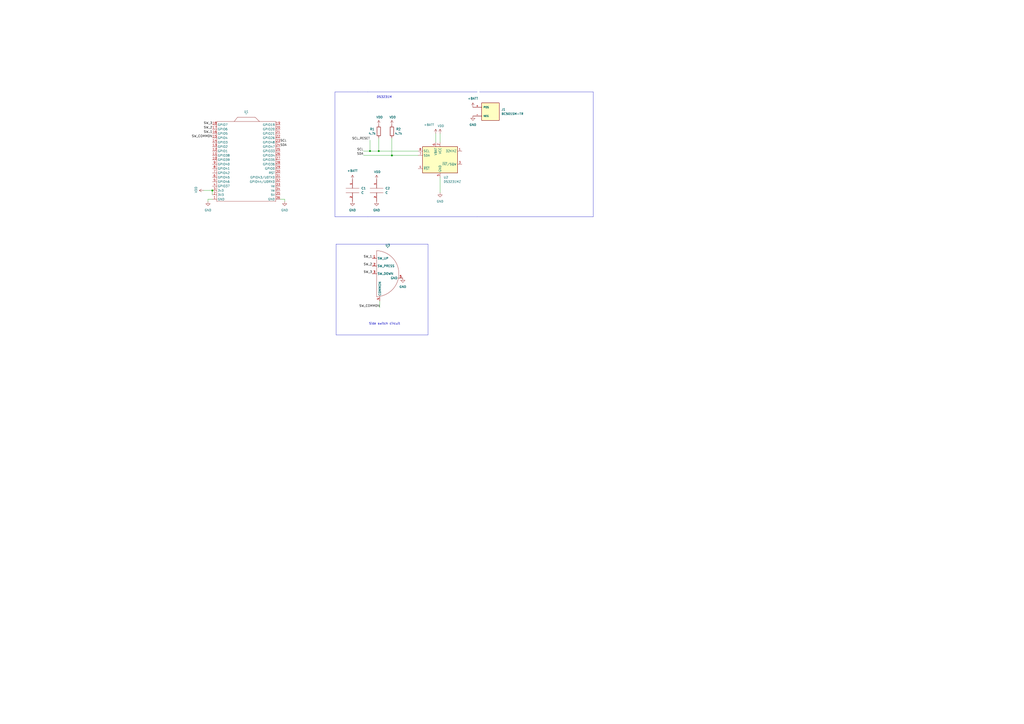
<source format=kicad_sch>
(kicad_sch (version 20231120) (generator "eeschema") (generator_version "8.0")
  (paper "A2")
  (lib_symbols
    (symbol "BC501SM-TR:BC501SM-TR" (pin_names (offset 1.016))
      (property "Reference" "J" (at -5.08 5.08 0))
      (property "Value" "BC501SM-TR" (at -5.08 -7.62 0))
      (symbol "BC501SM-TR_0_0"
        (rectangle (start -5.08 -5.08) (end 5.08 5.08) (stroke (width 0.254)) (fill (type background)))
        (pin passive line (at -10.16 2.54 0) (length 5.08) (name "POS") (number "+"))
        (pin passive line (at -10.16 -2.54 0) (length 5.08) (name "NEG") (number "-"))
      )
    )
    (symbol "CamTimer-rescue:VDD-power" (power) (pin_names (offset 0))
      (property "Value" "VDD-power" (at 0 3.81 0))
      (symbol "VDD-power_0_1"
        (polyline (pts (xy -0.762 1.27) (xy 0 2.54)))
        (polyline (pts (xy 0 0) (xy 0 2.54)))
        (polyline (pts (xy 0 2.54) (xy 0.762 1.27)))
      )
      (symbol "VDD-power_1_1"
        (pin power_in line (at 0 0 90) (length 0) hide (name "VDD") (number "1"))
      )
    )
    (symbol "Device:R" (pin_numbers hide) (pin_names (offset 0))
      (property "Reference" "R" (at 2.032 0 90))
      (property "Value" "R" (at 0 0 90))
      (symbol "R_0_1"
        (rectangle (start -1.016 -2.54) (end 1.016 2.54) (stroke (width 0.254)))
      )
      (symbol "R_1_1"
        (pin passive line (at 0 3.81 270) (length 1.27) (name "~") (number "1"))
        (pin passive line (at 0 -3.81 90) (length 1.27) (name "~") (number "2"))
      )
    )
    (symbol "NavibationSW:NavigationSW"
      (property "Reference" "U" (at 6.096 -4.572 0))
      (symbol "NavigationSW_0_1"
        (arc (start -1.27 -10.795) (mid 11.6489 2.54) (end -1.27 15.875))
        (polyline (pts (xy -1.27 15.875) (xy -1.27 -10.795)))
      )
      (symbol "NavigationSW_1_1"
        (pin input line (at -3.81 11.43 0) (length 2.54) (name "SW_UP") (number "1"))
        (pin input line (at -3.81 6.985 0) (length 2.54) (name "SW_PRESS") (number "2"))
        (pin input line (at -3.81 2.54 0) (length 2.54) (name "SW_DOWN") (number "3"))
        (pin input line (at 0.635 -13.335 90) (length 2.54) (name "COMMON") (number "4"))
        (pin input line (at 13.97 0 180) (length 2.54) (name "GND") (number "5"))
      )
    )
    (symbol "Timer_RTC:DS3231MZ"
      (property "Reference" "U" (at -7.62 8.89 0))
      (property "Value" "DS3231MZ" (at 11.43 8.89 0))
      (symbol "DS3231MZ_0_1"
        (rectangle (start -10.16 7.62) (end 10.16 -7.62) (stroke (width 0.254)) (fill (type background)))
      )
      (symbol "DS3231MZ_1_1"
        (pin open_collector line (at 12.7 5.08 180) (length 2.54) (name "32KHZ") (number "1"))
        (pin power_in line (at 0 10.16 270) (length 2.54) (name "VCC") (number "2"))
        (pin open_collector line (at 12.7 -2.54 180) (length 2.54) (name "~{INT}/SQW") (number "3"))
        (pin bidirectional line (at -12.7 -5.08 0) (length 2.54) (name "~{RST}") (number "4"))
        (pin power_in line (at 0 -10.16 90) (length 2.54) (name "GND") (number "5"))
        (pin power_in line (at -2.54 10.16 270) (length 2.54) (name "VBAT") (number "6"))
        (pin bidirectional line (at -12.7 2.54 0) (length 2.54) (name "SDA") (number "7"))
        (pin input line (at -12.7 5.08 0) (length 2.54) (name "SCL") (number "8"))
      )
    )
    (symbol "WIFI_KIT_32__V3_:WIFI_KIT_32_V3"
      (property "Reference" "U" (at 11.43 13.97 0))
      (symbol "WIFI_KIT_32_V3_0_1"
        (rectangle (start -17.78 23.495) (end 16.51 -22.86))
        (polyline (pts (xy -7.62 23.495) (xy -5.715 26.035) (xy 4.445 26.035) (xy 6.985 23.495)))
      )
      (symbol "WIFI_KIT_32_V3_1_1"
        (pin input line (at -20.32 -21.59 0) (length 2.54) (name "GND") (number "1"))
        (pin input line (at -20.32 1.27 0) (length 2.54) (name "GPIO39") (number "10"))
        (pin input line (at -20.32 3.81 0) (length 2.54) (name "GPIO38") (number "11"))
        (pin input line (at -20.32 6.35 0) (length 2.54) (name "GPIO1") (number "12"))
        (pin input line (at -20.32 8.89 0) (length 2.54) (name "GPIO2") (number "13"))
        (pin input line (at -20.32 11.43 0) (length 2.54) (name "GPIO3") (number "14"))
        (pin input line (at -20.32 13.97 0) (length 2.54) (name "GPIO4") (number "15"))
        (pin input line (at -20.32 16.51 0) (length 2.54) (name "GPIO5") (number "16"))
        (pin input line (at -20.32 19.05 0) (length 2.54) (name "GPIO6") (number "17"))
        (pin input line (at -20.32 21.59 0) (length 2.54) (name "GPIO7") (number "18"))
        (pin input line (at 19.05 21.59 180) (length 2.54) (name "GPIO19") (number "19"))
        (pin input line (at -20.32 -19.05 0) (length 2.54) (name "3V3") (number "2"))
        (pin input line (at 19.05 19.05 180) (length 2.54) (name "GPIO20") (number "20"))
        (pin input line (at 19.05 16.51 180) (length 2.54) (name "GPIO21") (number "21"))
        (pin input line (at 19.05 13.97 180) (length 2.54) (name "GPIO26") (number "22"))
        (pin input line (at 19.05 11.43 180) (length 2.54) (name "GPIO48") (number "23"))
        (pin input line (at 19.05 8.89 180) (length 2.54) (name "GPIO47") (number "24"))
        (pin input line (at 19.05 6.35 180) (length 2.54) (name "GPIO33") (number "25"))
        (pin input line (at 19.05 3.81 180) (length 2.54) (name "GPIO34") (number "26"))
        (pin input line (at 19.05 1.27 180) (length 2.54) (name "GPIO35") (number "27"))
        (pin input line (at 19.05 -1.27 180) (length 2.54) (name "GPIO36") (number "28"))
        (pin input line (at 19.05 -3.81 180) (length 2.54) (name "GPIO0") (number "29"))
        (pin input line (at -20.32 -16.51 0) (length 2.54) (name "3v3") (number "3"))
        (pin input line (at 19.05 -6.35 180) (length 2.54) (name "RST") (number "30"))
        (pin input line (at 19.05 -8.89 180) (length 2.54) (name "GPIO43/U0TXD") (number "31"))
        (pin input line (at 19.05 -11.43 180) (length 2.54) (name "GPIO44/U0RXD") (number "32"))
        (pin input line (at 19.05 -13.97 180) (length 2.54) (name "Ve") (number "33"))
        (pin input line (at 19.05 -16.51 180) (length 2.54) (name "Ve") (number "34"))
        (pin input line (at 19.05 -19.05 180) (length 2.54) (name "5V") (number "35"))
        (pin input line (at 19.05 -21.59 180) (length 2.54) (name "GND") (number "36"))
        (pin input line (at -20.32 -13.97 0) (length 2.54) (name "GPIO37") (number "4"))
        (pin input line (at -20.32 -11.43 0) (length 2.54) (name "GPIO46") (number "5"))
        (pin input line (at -20.32 -8.89 0) (length 2.54) (name "GPIO45") (number "6"))
        (pin input line (at -20.32 -6.35 0) (length 2.54) (name "GPIO42") (number "7"))
        (pin input line (at -20.32 -3.81 0) (length 2.54) (name "GPIO41") (number "8"))
        (pin input line (at -20.32 -1.27 0) (length 2.54) (name "GPIO40") (number "9"))
      )
    )
    (symbol "power:+BATT" (power) (pin_names (offset 0))
      (property "Value" "+BATT" (at 0 3.556 0))
      (symbol "+BATT_0_1"
        (polyline (pts (xy -0.762 1.27) (xy 0 2.54)))
        (polyline (pts (xy 0 0) (xy 0 2.54)))
        (polyline (pts (xy 0 2.54) (xy 0.762 1.27)))
      )
      (symbol "+BATT_1_1"
        (pin power_in line (at 0 0 90) (length 0) hide (name "+BATT") (number "1"))
      )
    )
    (symbol "power:GND" (power) (pin_names (offset 0))
      (property "Value" "GND" (at 0 -3.81 0))
      (symbol "GND_0_1"
        (polyline (pts (xy 0 0) (xy 0 -1.27) (xy 1.27 -1.27) (xy 0 -2.54) (xy -1.27 -1.27) (xy 0 -1.27)))
      )
      (symbol "GND_1_1"
        (pin power_in line (at 0 0 270) (length 0) hide (name "GND") (number "1"))
      )
    )
    (symbol "pspice:C" (pin_names (offset 0.254))
      (property "Reference" "C" (at 2.54 3.81 90))
      (property "Value" "C" (at 2.54 -3.81 90))
      (symbol "C_0_1"
        (polyline (pts (xy -3.81 -1.27) (xy 3.81 -1.27)))
        (polyline (pts (xy -3.81 1.27) (xy 3.81 1.27)))
      )
      (symbol "C_1_1"
        (pin passive line (at 0 6.35 270) (length 5.08) (name "~") (number "1"))
        (pin passive line (at 0 -6.35 90) (length 5.08) (name "~") (number "2"))
      )
    )
  )
  (junction (at 219.71 87.63))
  (junction (at 214.63 87.63))
  (junction (at 227.33 90.17))
  (junction (at 123.19 110.49))
  (wire (pts (xy 118.11 110.49) (xy 123.19 110.49)))
  (wire (pts (xy 120.65 115.57) (xy 120.65 116.84)))
  (polyline (pts (xy 194.31 53.34) (xy 213.36 53.34)))
  (wire (pts (xy 227.33 80.01) (xy 227.33 90.17)))
  (wire (pts (xy 214.63 81.28) (xy 214.63 87.63)))
  (polyline (pts (xy 344.17 125.73) (xy 276.86 125.73)))
  (wire (pts (xy 214.63 87.63) (xy 219.71 87.63)))
  (wire (pts (xy 162.56 115.57) (xy 165.1 115.57)))
  (wire (pts (xy 227.33 90.17) (xy 242.57 90.17)))
  (wire (pts (xy 255.27 77.47) (xy 255.27 82.55)))
  (wire (pts (xy 123.19 115.57) (xy 120.65 115.57)))
  (polyline (pts (xy 194.31 125.73) (xy 194.31 53.34)))
  (wire (pts (xy 219.71 80.01) (xy 219.71 87.63)))
  (wire (pts (xy 220.345 174.625) (xy 220.345 178.435)))
  (polyline (pts (xy 344.17 53.34) (xy 344.17 125.73)))
  (polyline (pts (xy 213.36 125.73) (xy 194.31 125.73)))
  (wire (pts (xy 252.73 77.47) (xy 252.73 82.55)))
  (wire (pts (xy 210.82 87.63) (xy 214.63 87.63)))
  (polyline (pts (xy 213.36 125.73) (xy 276.86 125.73)))
  (polyline (pts (xy 276.86 53.34) (xy 213.36 53.34)))
  (wire (pts (xy 219.71 87.63) (xy 242.57 87.63)))
  (wire (pts (xy 255.27 102.87) (xy 255.27 111.76)))
  (wire (pts (xy 210.82 90.17) (xy 227.33 90.17)))
  (wire (pts (xy 123.19 110.49) (xy 123.19 113.03)))
  (polyline (pts (xy 278.13 53.34) (xy 344.17 53.34)))
  (wire (pts (xy 165.1 115.57) (xy 165.1 116.84)))
  (rectangle (start 194.945 141.605) (end 248.285 194.31))
  (text "DS3231M" (at 218.44 57.15 0) (effects (font (size 1.27 1.27)) (justify left bottom)))
  (text "Side switch circuit\n" (at 213.995 188.595 0) (effects (font (size 1.27 1.27)) (justify left bottom)))
  (label "SW_3" (at 123.19 72.39 180))
  (label "SW_2" (at 215.9 154.305 180))
  (label "SDA" (at 162.56 85.09 0))
  (label "SW_COMMON" (at 123.19 80.01 180))
  (label "SCL" (at 210.82 87.63 180))
  (label "SW_1" (at 123.19 77.47 180))
  (label "SW_3" (at 215.9 158.75 180))
  (label "SCL" (at 162.56 82.55 0))
  (label "SW_1" (at 215.9 149.86 180))
  (label "SCL_RESET" (at 214.63 81.28 180))
  (label "SDA" (at 210.82 90.17 180))
  (label "SW_2" (at 123.19 74.93 180))
  (label "SW_COMMON" (at 220.345 178.435 180))
  (symbol (lib_id "WIFI_KIT_32__V3_:WIFI_KIT_32_V3") (at 143.51 93.98 0) (unit 1)
    (property "Reference" "U1" (at 142.875 64.77 0))
    (property "Value" "~" (at 142.875 66.04 0))
    (property "Footprint" "Wifi-Kit-32-V3:MODULE_WIFI_KIT_32__V3_" (effects (hide yes)))
  )
  (symbol (lib_id "power:GND") (at 255.27 111.76 0) (unit 1)
    (property "Reference" "#PWR09" (effects (hide yes)))
    (property "Value" "GND" (at 255.27 116.84 0))
  )
  (symbol (lib_id "pspice:C") (at 204.47 110.49 0) (unit 1)
    (property "Reference" "C1" (at 209.55 109.2199 0) (effects (justify left)))
    (property "Value" "C" (at 209.55 111.7599 0) (effects (justify left)))
    (property "Footprint" "Capacitor_SMD:C_0805_2012Metric_Pad1.18x1.45mm_HandSolder" (effects (hide yes)))
  )
  (symbol (lib_id "power:GND") (at 204.47 116.84 0) (unit 1)
    (property "Reference" "#PWR02" (effects (hide yes)))
    (property "Value" "GND" (at 204.47 121.92 0))
  )
  (symbol (lib_id "power:+BATT") (at 204.47 104.14 0) (unit 1)
    (property "Reference" "#PWR01" (effects (hide yes)))
    (property "Value" "+BATT" (at 204.47 99.06 0))
  )
  (symbol (lib_id "power:GND") (at 120.65 116.84 0) (unit 1)
    (property "Reference" "#PWR014" (effects (hide yes)))
    (property "Value" "GND" (at 120.65 121.92 0))
  )
  (symbol (lib_id "power:+BATT") (at 274.32 62.23 0) (unit 1)
    (property "Reference" "#PWR010" (effects (hide yes)))
    (property "Value" "+BATT" (at 274.32 57.15 0))
  )
  (symbol (lib_id "power:GND") (at 165.1 116.84 0) (unit 1)
    (property "Reference" "#PWR015" (effects (hide yes)))
    (property "Value" "GND" (at 165.1 121.92 0))
  )
  (symbol (lib_id "Timer_RTC:DS3231MZ") (at 255.27 92.71 0) (unit 1)
    (property "Reference" "U2" (at 257.2894 102.87 0) (effects (justify left)))
    (property "Value" "DS3231MZ" (at 257.2894 105.41 0) (effects (justify left)))
    (property "Footprint" "Package_SO:SOIC-8_3.9x4.9mm_P1.27mm" (effects (hide yes)))
    (property "Datasheet" "http://datasheets.maximintegrated.com/en/ds/DS3231M.pdf" (effects (hide yes)))
  )
  (symbol (lib_id "power:GND") (at 218.44 116.84 0) (unit 1)
    (property "Reference" "#PWR04" (effects (hide yes)))
    (property "Value" "GND" (at 218.44 121.92 0))
  )
  (symbol (lib_id "power:+BATT") (at 252.73 77.47 0) (unit 1)
    (property "Reference" "#PWR07" (effects (hide yes)))
    (property "Value" "+BATT" (at 248.92 72.39 0))
  )
  (symbol (lib_id "CamTimer-rescue:VDD-power") (at 118.11 110.49 90) (unit 1)
    (property "Reference" "#PWR013" (effects (hide yes)))
    (property "Value" "VDD" (at 113.7158 110.0582 0))
  )
  (symbol (lib_id "power:GND") (at 274.32 67.31 0) (unit 1)
    (property "Reference" "#PWR011" (effects (hide yes)))
    (property "Value" "GND" (at 274.32 72.39 0))
  )
  (symbol (lib_id "CamTimer-rescue:VDD-power") (at 218.44 104.14 0) (unit 1)
    (property "Reference" "#PWR03" (effects (hide yes)))
    (property "Value" "VDD" (at 218.8718 99.7458 0))
  )
  (symbol (lib_id "Device:R") (at 227.33 76.2 180) (unit 1)
    (property "Reference" "R2" (at 231.14 74.93 0))
    (property "Value" "4.7k" (at 231.14 77.47 0))
    (property "Footprint" "Resistor_SMD:R_0805_2012Metric_Pad1.20x1.40mm_HandSolder" (effects (hide yes)))
  )
  (symbol (lib_id "pspice:C") (at 218.44 110.49 0) (unit 1)
    (property "Reference" "C2" (at 223.52 109.2199 0) (effects (justify left)))
    (property "Value" "C" (at 223.52 111.7599 0) (effects (justify left)))
    (property "Footprint" "Capacitor_SMD:C_0805_2012Metric" (effects (hide yes)))
  )
  (symbol (lib_id "CamTimer-rescue:VDD-power") (at 219.71 72.39 0) (unit 1)
    (property "Reference" "#PWR05" (effects (hide yes)))
    (property "Value" "VDD" (at 220.1418 67.9958 0))
  )
  (symbol (lib_id "NavibationSW:NavigationSW") (at 219.71 161.29 0) (unit 1)
    (property "Reference" "U3" (at 224.8994 142.24 0))
    (property "Value" "~" (at 224.8994 143.51 0))
    (property "Footprint" "Side_Navigation_Switch:NavigationSW" (effects (hide yes)))
  )
  (symbol (lib_id "CamTimer-rescue:VDD-power") (at 227.33 72.39 0) (unit 1)
    (property "Reference" "#PWR06" (effects (hide yes)))
    (property "Value" "VDD" (at 227.7618 67.9958 0))
  )
  (symbol (lib_id "power:GND") (at 233.68 161.29 0) (unit 1)
    (property "Reference" "#PWR012" (effects (hide yes)))
    (property "Value" "GND" (at 233.68 166.37 0))
  )
  (symbol (lib_id "Device:R") (at 219.71 76.2 180) (unit 1)
    (property "Reference" "R1" (at 215.9 74.93 0))
    (property "Value" "4.7k" (at 215.9 77.47 0))
    (property "Footprint" "Resistor_SMD:R_0805_2012Metric_Pad1.20x1.40mm_HandSolder" (effects (hide yes)))
  )
  (symbol (lib_id "BC501SM-TR:BC501SM-TR") (at 284.48 64.77 0) (unit 1)
    (property "Reference" "J1" (at 290.83 63.4999 0) (effects (justify left)))
    (property "Value" "BC501SM-TR" (at 290.83 66.0399 0) (effects (justify left)))
    (property "Footprint" "BC501SM-TR:MPD_BC501SM-TR" (effects (hide yes)))
    (property "PARTREV" "H" (effects (hide yes)))
    (property "MANUFACTURER" "MEMORI PROTECTION DEVICES" (effects (hide yes)))
    (property "STANDARD" "Manufacturer Recommendations" (effects (hide yes)))
  )
  (symbol (lib_id "CamTimer-rescue:VDD-power") (at 255.27 77.47 0) (unit 1)
    (property "Reference" "#PWR08" (effects (hide yes)))
    (property "Value" "VDD" (at 255.7018 73.0758 0))
  )
)
</source>
